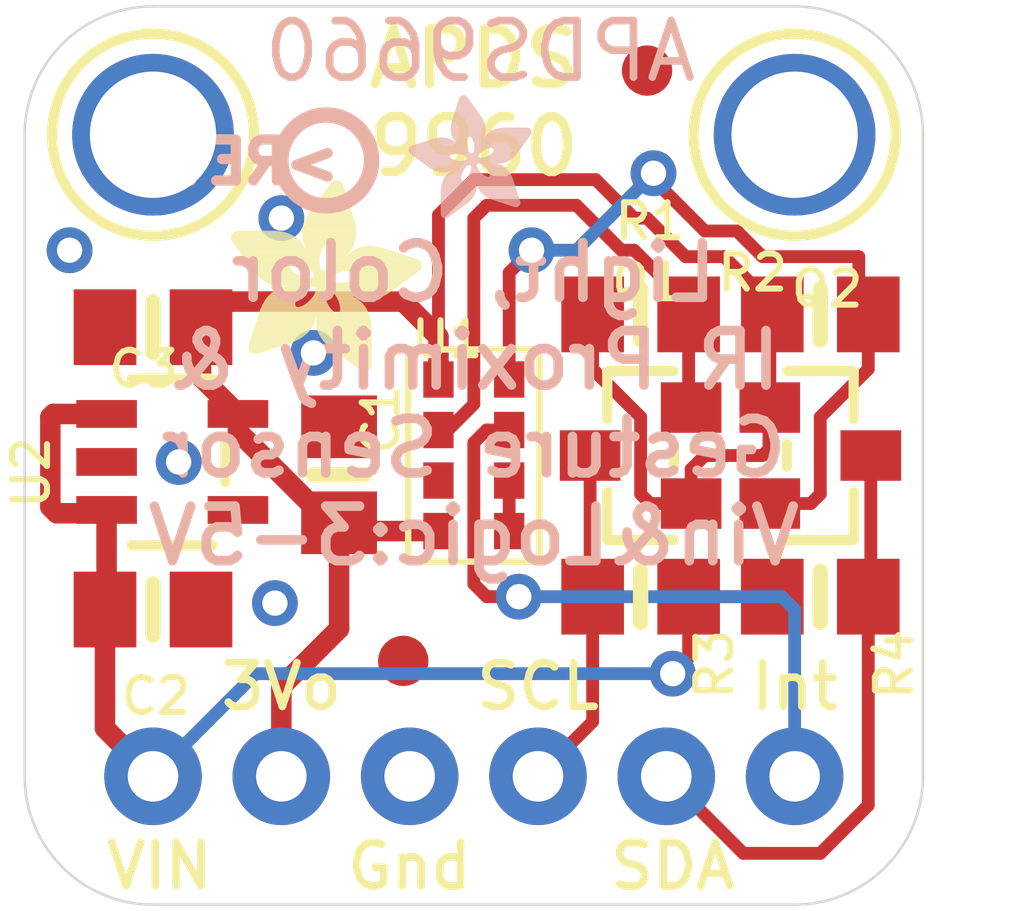
<source format=kicad_pcb>
(kicad_pcb (version 20211014) (generator pcbnew)
  (layers (0 "F.Cu" signal) (31 "B.Cu" signal) (34 "B.Paste" user) (35 "F.Paste" user) (36 "B.SilkS" user "B.Silkscreen") (37 "F.SilkS" user "F.Silkscreen") (38 "B.Mask" user) (39 "F.Mask" user) (44 "Edge.Cuts" user))
  (net 0 "")
  (net 1 "N$1")
  (net 2 "INT")
  (net 3 "3.3V")
  (net 4 "GND")
  (net 5 "SCL_3V")
  (net 6 "SDA_3V")
  (net 7 "VIN")
  (net 8 "SDA")
  (net 9 "SCL")
  (footprint "boardEagle:0805-NO" (layer "F.Cu") (at 151.8031 102.2096 180)
    (fp_text reference "R1" (at 0.5715 1.8415) (layer "F.SilkS") (effects (font (size 0.692831 0.692831) (thickness 0.119969)) (justify left)))
    (fp_text value "10K")
    (pad "1" smd rect (at -0.95 0 180) (size 1.24 1.5) (layers "F.Cu" "F.Paste" "F.Mask") (net 5 "SCL_3V"))
    (pad "2" smd rect (at 0.95 0 180) (size 1.24 1.5) (layers "F.Cu" "F.Paste" "F.Mask") (net 3 "3.3V"))
  )
  (footprint "boardEagle:SOT23-5" (layer "F.Cu") (at 142.5321 105.1306 -90)
    (fp_text reference "U2" (at -0.562 2.794 90) (layer "F.SilkS") (effects (font (size 0.692831 0.692831) (thickness 0.119969)) (justify right)))
    (fp_text value "")
    (pad "1" smd rect (at -0.95 1.3001 270) (size 0.55 1.2) (layers "F.Cu" "F.Paste" "F.Mask") (net 7 "VIN"))
    (pad "2" smd rect (at 0 1.3001 270) (size 0.55 1.2) (layers "F.Cu" "F.Paste" "F.Mask") (net 4 "GND"))
    (pad "3" smd rect (at 0.95 1.3001 270) (size 0.55 1.2) (layers "F.Cu" "F.Paste" "F.Mask") (net 7 "VIN"))
    (pad "4" smd rect (at 0.95 -1.3001 270) (size 0.55 1.2) (layers "F.Cu" "F.Paste" "F.Mask"))
    (pad "5" smd rect (at -0.95 -1.3001 270) (size 0.55 1.2) (layers "F.Cu" "F.Paste" "F.Mask") (net 3 "3.3V"))
  )
  (footprint "boardEagle:SOT23-WIDE" (layer "F.Cu") (at 155.3591 105.0036 -90)
    (fp_text reference "Q2" (at -3.302 0.635) (layer "F.SilkS") (effects (font (size 0.692831 0.692831) (thickness 0.119969)) (justify left)))
    (fp_text value "BSS138")
    (pad "1" smd rect (at -0.95 1 270) (size 1 1.2) (layers "F.Cu" "F.Paste" "F.Mask") (net 3 "3.3V"))
    (pad "2" smd rect (at 0.95 1 270) (size 1 1.2) (layers "F.Cu" "F.Paste" "F.Mask") (net 6 "SDA_3V"))
    (pad "3" smd rect (at 0 -1 270) (size 1 1.2) (layers "F.Cu" "F.Paste" "F.Mask") (net 8 "SDA"))
  )
  (footprint "boardEagle:MOUNTINGHOLE_2.5_PLATED" (layer "F.Cu") (at 142.1511 98.6536)
    (fp_text reference "U$1" hide)
    (fp_text value "MOUNTINGHOLE2.5" hide)
    (pad "P$1" thru_hole circle (at 0 0) (size 3.2 3.2) (drill 2.5) (layers *.Cu *.Mask))
  )
  (footprint "boardEagle:SOT23-WIDE" (layer "F.Cu") (at 151.8031 105.0036 90)
    (fp_text reference "Q1" (at 3.429 -0.635) (layer "F.SilkS") (effects (font (size 0.692831 0.692831) (thickness 0.119969)) (justify left)))
    (fp_text value "BSS138")
    (pad "1" smd rect (at -0.95 1 90) (size 1 1.2) (layers "F.Cu" "F.Paste" "F.Mask") (net 3 "3.3V"))
    (pad "2" smd rect (at 0.95 1 90) (size 1 1.2) (layers "F.Cu" "F.Paste" "F.Mask") (net 5 "SCL_3V"))
    (pad "3" smd rect (at 0 -1 90) (size 1 1.2) (layers "F.Cu" "F.Paste" "F.Mask") (net 9 "SCL"))
  )
  (footprint "boardEagle:FIDUCIAL_1MM" (layer "F.Cu") (at 147.1041 109.0676)
    (fp_text reference "FID1" hide)
    (fp_text value "FIDUCIAL_1MM" hide)
    (pad "1" smd roundrect (at 0 0) (size 1 1) (layers "F.Cu" "F.Mask") (roundrect_rratio 0.5))
  )
  (footprint "boardEagle:1X06_ROUND_76" (layer "F.Cu") (at 148.5011 111.3536)
    (fp_text reference "JP1" hide)
    (fp_text value "")
    (pad "1" thru_hole circle (at -6.35 0 90) (size 1.9304 1.9304) (drill 1) (layers *.Cu *.Mask) (net 7 "VIN"))
    (pad "2" thru_hole circle (at -3.81 0 90) (size 1.9304 1.9304) (drill 1) (layers *.Cu *.Mask) (net 3 "3.3V"))
    (pad "3" thru_hole circle (at -1.27 0 90) (size 1.9304 1.9304) (drill 1) (layers *.Cu *.Mask) (net 4 "GND"))
    (pad "4" thru_hole circle (at 1.27 0 90) (size 1.9304 1.9304) (drill 1) (layers *.Cu *.Mask) (net 9 "SCL"))
    (pad "5" thru_hole circle (at 3.81 0 90) (size 1.9304 1.9304) (drill 1) (layers *.Cu *.Mask) (net 8 "SDA"))
    (pad "6" thru_hole circle (at 6.35 0 90) (size 1.9304 1.9304) (drill 1) (layers *.Cu *.Mask) (net 2 "INT"))
  )
  (footprint "boardEagle:0805-NO" (layer "F.Cu") (at 155.3591 102.2096 180)
    (fp_text reference "R2" (at 2.0955 0.8255) (layer "F.SilkS") (effects (font (size 0.692831 0.692831) (thickness 0.119969)) (justify left)))
    (fp_text value "10K")
    (pad "1" smd rect (at -0.95 0 180) (size 1.24 1.5) (layers "F.Cu" "F.Paste" "F.Mask") (net 6 "SDA_3V"))
    (pad "2" smd rect (at 0.95 0 180) (size 1.24 1.5) (layers "F.Cu" "F.Paste" "F.Mask") (net 3 "3.3V"))
  )
  (footprint "boardEagle:FIDUCIAL_1MM" (layer "F.Cu") (at 151.9301 97.3836)
    (fp_text reference "FID2" hide)
    (fp_text value "FIDUCIAL_1MM" hide)
    (pad "1" smd roundrect (at 0 0) (size 1 1) (layers "F.Cu" "F.Mask") (roundrect_rratio 0.5))
  )
  (footprint "boardEagle:0805-NO" (layer "F.Cu") (at 151.8031 107.7976)
    (fp_text reference "R3" (at 1.4605 2.0955 90) (layer "F.SilkS") (effects (font (size 0.692831 0.692831) (thickness 0.119969)) (justify left)))
    (fp_text value "10K")
    (pad "1" smd rect (at -0.95 0) (size 1.24 1.5) (layers "F.Cu" "F.Paste" "F.Mask") (net 9 "SCL"))
    (pad "2" smd rect (at 0.95 0) (size 1.24 1.5) (layers "F.Cu" "F.Paste" "F.Mask") (net 7 "VIN"))
  )
  (footprint "boardEagle:0805-NO" (layer "F.Cu") (at 145.8341 105.3846 90)
    (fp_text reference "C1" (at 1.8415 0.8255 90) (layer "F.SilkS") (effects (font (size 0.692831 0.692831) (thickness 0.119969)) (justify right)))
    (fp_text value "0.1uF")
    (pad "1" smd rect (at -0.95 0 90) (size 1.24 1.5) (layers "F.Cu" "F.Paste" "F.Mask") (net 3 "3.3V"))
    (pad "2" smd rect (at 0.95 0 90) (size 1.24 1.5) (layers "F.Cu" "F.Paste" "F.Mask") (net 4 "GND"))
  )
  (footprint "boardEagle:0805-NO" (layer "F.Cu") (at 155.3591 107.7976 180)
    (fp_text reference "R4" (at -1.4605 -2.0955 90) (layer "F.SilkS") (effects (font (size 0.692831 0.692831) (thickness 0.119969)) (justify left)))
    (fp_text value "10K")
    (pad "1" smd rect (at -0.95 0 180) (size 1.24 1.5) (layers "F.Cu" "F.Paste" "F.Mask") (net 8 "SDA"))
    (pad "2" smd rect (at 0.95 0 180) (size 1.24 1.5) (layers "F.Cu" "F.Paste" "F.Mask") (net 7 "VIN"))
  )
  (footprint "boardEagle:0805-NO" (layer "F.Cu") (at 142.1511 108.0516)
    (fp_text reference "C2" (at -0.6985 1.7145) (layer "F.SilkS") (effects (font (size 0.692831 0.692831) (thickness 0.119969)) (justify left)))
    (fp_text value "10uF")
    (pad "1" smd rect (at -0.95 0) (size 1.24 1.5) (layers "F.Cu" "F.Paste" "F.Mask") (net 7 "VIN"))
    (pad "2" smd rect (at 0.95 0) (size 1.24 1.5) (layers "F.Cu" "F.Paste" "F.Mask") (net 4 "GND"))
  )
  (footprint "boardEagle:APDS-9960" (layer "F.Cu") (at 148.5011 105.0036)
    (fp_text reference "U1" (at -1.3 -2.3) (layer "F.SilkS") (effects (font (size 0.692831 0.692831) (thickness 0.119969)) (justify left)))
    (fp_text value "APDS-9960")
    (pad "1" smd rect (at 0.7 -1.505) (size 0.6 0.72) (layers "F.Cu" "F.Paste" "F.Mask") (net 6 "SDA_3V"))
    (pad "2" smd rect (at 0.7 -0.505) (size 0.6 0.72) (layers "F.Cu" "F.Paste" "F.Mask") (net 2 "INT"))
    (pad "3" smd rect (at 0.7 0.495) (size 0.6 0.72) (layers "F.Cu" "F.Paste" "F.Mask") (net 1 "N$1"))
    (pad "4" smd rect (at 0.7 1.495) (size 0.6 0.72) (layers "F.Cu" "F.Paste" "F.Mask") (net 1 "N$1"))
    (pad "5" smd rect (at -0.7 1.495) (size 0.6 0.72) (layers "F.Cu" "F.Paste" "F.Mask") (net 3 "3.3V"))
    (pad "6" smd rect (at -0.7 0.495) (size 0.6 0.72) (layers "F.Cu" "F.Paste" "F.Mask") (net 4 "GND"))
    (pad "7" smd rect (at -0.7 -0.505) (size 0.6 0.72) (layers "F.Cu" "F.Paste" "F.Mask") (net 5 "SCL_3V"))
    (pad "8" smd rect (at -0.7 -1.505) (size 0.6 0.72) (layers "F.Cu" "F.Paste" "F.Mask") (net 3 "3.3V"))
  )
  (footprint "boardEagle:0805-NO" (layer "F.Cu") (at 142.1511 102.4636 180)
    (fp_text reference "C3" (at -0.5715 -0.8255) (layer "F.SilkS") (effects (font (size 0.692831 0.692831) (thickness 0.119969)) (justify right)))
    (fp_text value "10uF")
    (pad "1" smd rect (at -0.95 0 180) (size 1.24 1.5) (layers "F.Cu" "F.Paste" "F.Mask") (net 3 "3.3V"))
    (pad "2" smd rect (at 0.95 0 180) (size 1.24 1.5) (layers "F.Cu" "F.Paste" "F.Mask") (net 4 "GND"))
  )
  (footprint "boardEagle:ADAFRUIT_3.5MM" (layer "F.Cu") (at 143.6751 103.3526)
    (fp_text reference "U$19" hide)
    (fp_text value "" hide)
  )
  (footprint "boardEagle:MOUNTINGHOLE_2.5_PLATED" (layer "F.Cu") (at 154.8511 98.6536)
    (fp_text reference "U$2" hide)
    (fp_text value "MOUNTINGHOLE2.5" hide)
    (pad "P$1" thru_hole circle (at 0 0) (size 3.2 3.2) (drill 2.5) (layers *.Cu *.Mask))
  )
  (footprint "boardEagle:PCBFEAT-REV-040" (layer "B.Cu") (at 145.5801 99.1616 180)
    (fp_text reference "U$17" hide)
    (fp_text value "" hide)
    (fp_text user ">REV" (at -0.3556 -0.508) (layer "B.SilkS") (effects (font (size 0.8128 0.8128) (thickness 0.2032)) (justify left bottom mirror)))
  )
  (footprint "boardEagle:ADAFRUIT_2.5MM" (layer "B.Cu") (at 149.6441 100.3046 180)
    (fp_text reference "U$18" hide)
    (fp_text value "" hide)
  )
  (gr_line (start 142.1511 96.1136) (end 154.8511 96.1136) (layer "Edge.Cuts") (width 0.05))
  (gr_line (start 139.6111 111.3536) (end 139.6111 98.6536) (layer "Edge.Cuts") (width 0.05))
  (gr_line (start 157.3911 98.6536) (end 157.3911 111.3536) (layer "Edge.Cuts") (width 0.05))
  (gr_line (start 154.8511 113.8936) (end 142.1511 113.8936) (layer "Edge.Cuts") (width 0.05))
  (gr_arc (start 157.3911 111.3536) (mid 156.647151 113.149651) (end 154.8511 113.8936) (layer "Edge.Cuts") (width 0.05))
  (gr_arc (start 154.8511 96.1136) (mid 156.647151 96.857549) (end 157.3911 98.6536) (layer "Edge.Cuts") (width 0.05))
  (gr_arc (start 142.1511 113.8936) (mid 140.355049 113.149651) (end 139.6111 111.3536) (layer "Edge.Cuts") (width 0.05))
  (gr_arc (start 139.6111 98.6536) (mid 140.355049 96.857549) (end 142.1511 96.1136) (layer "Edge.Cuts") (width 0.05))
  (gr_text "APDS9660" (at 148.6281 97.0026) (layer "B.SilkS") (effects (font (size 1.1176 1.1176) (thickness 0.1524)) (justify mirror)))
  (gr_text "Light, Color\nIR Proximity &\nGesture Sensor\nVin&Logic:3-5V" (at 148.5011 103.9876) (layer "B.SilkS") (effects (font (size 1.0795 1.0795) (thickness 0.1905)) (justify mirror)))
  (gr_text "3Vo" (at 144.6911 109.5756) (layer "F.SilkS") (effects (font (size 0.8636 0.8636) (thickness 0.1524))))
  (gr_text "SDA" (at 152.4381 113.1316) (layer "F.SilkS") (effects (font (size 0.8636 0.8636) (thickness 0.1524))))
  (gr_text "VIN" (at 142.2781 113.1316) (layer "F.SilkS") (effects (font (size 0.8636 0.8636) (thickness 0.1524))))
  (gr_text "SCL" (at 149.7711 109.5756) (layer "F.SilkS") (effects (font (size 0.8636 0.8636) (thickness 0.1524))))
  (gr_text "Gnd" (at 147.2311 113.1316) (layer "F.SilkS") (effects (font (size 0.8636 0.8636) (thickness 0.1524))))
  (gr_text "Int" (at 154.8511 109.5756) (layer "F.SilkS") (effects (font (size 0.8636 0.8636) (thickness 0.1524))))
  (gr_text "APDS\n9960" (at 148.5011 98.0186) (layer "F.SilkS") (effects (font (size 1.0795 1.0795) (thickness 0.1905))))
  (segment (start 149.2011 105.4986) (end 149.2011 106.4986) (width 0.254) (layer "F.Cu") (net 1))
  (segment (start 148.5011 107.5436) (end 148.7551 107.7976) (width 0.254) (layer "F.Cu") (net 2))
  (segment (start 148.7551 107.7976) (end 149.3901 107.7976) (width 0.254) (layer "F.Cu") (net 2))
  (segment (start 148.7521 104.4986) (end 148.5011 104.7496) (width 0.254) (layer "F.Cu") (net 2))
  (segment (start 149.2011 104.4986) (end 148.7521 104.4986) (width 0.254) (layer "F.Cu") (net 2))
  (segment (start 148.5011 104.7496) (end 148.5011 107.5436) (width 0.254) (layer "F.Cu") (net 2))
  (via (at 149.3901 107.7976) (size 0.9064) (drill 0.5) (layers "F.Cu" "B.Cu") (net 2))
  (segment (start 154.5971 107.7976) (end 154.8511 108.0516) (width 0.254) (layer "B.Cu") (net 2))
  (segment (start 149.3901 107.7976) (end 154.5971 107.7976) (width 0.254) (layer "B.Cu") (net 2))
  (segment (start 154.8511 108.0516) (end 154.8511 111.3536) (width 0.254) (layer "B.Cu") (net 2))
  (segment (start 143.8322 104.5257) (end 145.6411 106.3346) (width 0.4064) (layer "F.Cu") (net 3))
  (segment (start 147.8011 103.4986) (end 147.8011 100.2426) (width 0.254) (layer "F.Cu") (net 3))
  (segment (start 154.3431 104.0696) (end 154.3591 104.0536) (width 0.254) (layer "F.Cu") (net 3))
  (segment (start 151.9301 100.3046) (end 152.6921 101.0666) (width 0.254) (layer "F.Cu") (net 3))
  (segment (start 150.9141 99.5426) (end 151.6761 100.3046) (width 0.254) (layer "F.Cu") (net 3))
  (segment (start 144.6911 109.5756) (end 145.8341 108.4326) (width 0.4064) (layer "F.Cu") (net 3))
  (segment (start 152.8031 105.2736) (end 153.0731 105.0036) (width 0.254) (layer "F.Cu") (net 3))
  (segment (start 150.8531 103.2916) (end 151.8031 104.2416) (width 0.254) (layer "F.Cu") (net 3))
  (segment (start 152.6921 101.0666) (end 153.4541 101.0666) (width 0.254) (layer "F.Cu") (net 3))
  (segment (start 145.6411 106.3346) (end 145.8341 106.3346) (width 0.4064) (layer "F.Cu") (net 3))
  (segment (start 154.3431 104.0376) (end 154.3591 104.0536) (width 0.254) (layer "F.Cu") (net 3))
  (segment (start 147.8011 102.6526) (end 147.1041 101.9556) (width 0.4064) (layer "F.Cu") (net 3))
  (segment (start 154.3431 104.8766) (end 154.3431 104.0696) (width 0.254) (layer "F.Cu") (net 3))
  (segment (start 154.2161 105.0036) (end 154.3431 104.8766) (width 0.254) (layer "F.Cu") (net 3))
  (segment (start 145.8341 108.4326) (end 145.8341 106.3346) (width 0.4064) (layer "F.Cu") (net 3))
  (segment (start 147.1041 101.9556) (end 143.6091 101.9556) (width 0.4064) (layer "F.Cu") (net 3))
  (segment (start 143.1011 103.4495) (end 143.8322 104.1806) (width 0.4064) (layer "F.Cu") (net 3))
  (segment (start 143.1011 102.4636) (end 143.1011 103.4495) (width 0.4064) (layer "F.Cu") (net 3))
  (segment (start 145.8341 106.3346) (end 145.9981 106.4986) (width 0.4064) (layer "F.Cu") (net 3))
  (segment (start 153.4541 101.0666) (end 154.4091 102.0216) (width 0.254) (layer "F.Cu") (net 3))
  (segment (start 144.6911 111.3536) (end 144.6911 109.5756) (width 0.4064) (layer "F.Cu") (net 3))
  (segment (start 143.1011 102.2286) (end 143.1011 102.4636) (width 0.4064) (layer "F.Cu") (net 3))
  (segment (start 152.8031 105.9536) (end 152.8031 105.2736) (width 0.254) (layer "F.Cu") (net 3))
  (segment (start 154.4091 102.2096) (end 154.3591 102.2596) (width 0.254) (layer "F.Cu") (net 3))
  (segment (start 143.6091 101.9556) (end 143.1011 102.4636) (width 0.4064) (layer "F.Cu") (net 3))
  (segment (start 154.4091 102.0216) (end 154.4091 102.2096) (width 0.254) (layer "F.Cu") (net 3))
  (segment (start 151.8031 104.2416) (end 151.8031 105.7656) (width 0.254) (layer "F.Cu") (net 3))
  (segment (start 147.8011 102.6526) (end 147.8011 103.4986) (width 0.4064) (layer "F.Cu") (net 3))
  (segment (start 153.0731 105.0036) (end 154.2161 105.0036) (width 0.254) (layer "F.Cu") (net 3))
  (segment (start 151.6761 100.3046) (end 151.9301 100.3046) (width 0.254) (layer "F.Cu") (net 3))
  (segment (start 152.8031 105.9536) (end 151.9911 105.9536) (width 0.254) (layer "F.Cu") (net 3))
  (segment (start 143.8322 104.1806) (end 143.8322 104.5257) (width 0.4064) (layer "F.Cu") (net 3))
  (segment (start 145.9981 106.4986) (end 147.8011 106.4986) (width 0.4064) (layer "F.Cu") (net 3))
  (segment (start 151.8031 105.7656) (end 151.9911 105.9536) (width 0.254) (layer "F.Cu") (net 3))
  (segment (start 148.5011 99.5426) (end 147.8011 100.2426) (width 0.254) (layer "F.Cu") (net 3))
  (segment (start 148.5011 99.5426) (end 150.9141 99.5426) (width 0.254) (layer "F.Cu") (net 3))
  (segment (start 154.3591 102.2596) (end 154.3591 104.0536) (width 0.254) (layer "F.Cu") (net 3))
  (segment (start 150.8531 102.2096) (end 150.8531 103.2916) (width 0.254) (layer "F.Cu") (net 3))
  (via (at 144.6911 100.3046) (size 0.9064) (drill 0.5) (layers "F.Cu" "B.Cu") (net 4))
  (via (at 140.5001 100.9396) (size 0.9064) (drill 0.5) (layers "F.Cu" "B.Cu") (net 4))
  (via (at 144.5641 107.9246) (size 0.9064) (drill 0.5) (layers "F.Cu" "B.Cu") (net 4))
  (via (at 142.6591 105.1306) (size 0.9064) (drill 0.5) (layers "F.Cu" "B.Cu") (net 4))
  (via (at 145.3261 102.9716) (size 0.9064) (drill 0.5) (layers "F.Cu" "B.Cu") (net 4))
  (segment (start 151.4221 100.9396) (end 151.6761 100.9396) (width 0.254) (layer "F.Cu") (net 5))
  (segment (start 147.8011 104.4986) (end 147.9901 104.4986) (width 0.254) (layer "F.Cu") (net 5))
  (segment (start 151.6761 100.9396) (end 152.8191 102.0826) (width 0.254) (layer "F.Cu") (net 5))
  (segment (start 150.5331 100.0506) (end 151.4221 100.9396) (width 0.254) (layer "F.Cu") (net 5))
  (segment (start 148.5011 100.3046) (end 148.5011 103.9876) (width 0.254) (layer "F.Cu") (net 5))
  (segment (start 147.9901 104.4986) (end 148.5011 103.9876) (width 0.254) (layer "F.Cu") (net 5))
  (segment (start 152.8191 104.0376) (end 152.7531 103.9716) (width 0.254) (layer "F.Cu") (net 5))
  (segment (start 152.8191 104.0376) (end 152.8031 104.0536) (width 0.254) (layer "F.Cu") (net 5))
  (segment (start 148.7551 100.0506) (end 148.5011 100.3046) (width 0.254) (layer "F.Cu") (net 5))
  (segment (start 152.8191 102.1436) (end 152.7531 102.2096) (width 0.254) (layer "F.Cu") (net 5))
  (segment (start 152.7531 103.9716) (end 152.7531 102.2096) (width 0.254) (layer "F.Cu") (net 5))
  (segment (start 148.7551 100.0506) (end 150.5331 100.0506) (width 0.254) (layer "F.Cu") (net 5))
  (segment (start 152.8191 102.0826) (end 152.8191 102.1436) (width 0.254) (layer "F.Cu") (net 5))
  (segment (start 152.0571 99.5426) (end 152.0571 99.4156) (width 0.254) (layer "F.Cu") (net 6))
  (segment (start 155.3591 104.2416) (end 155.3591 105.7656) (width 0.254) (layer "F.Cu") (net 6))
  (segment (start 156.3091 103.2916) (end 156.3091 102.2096) (width 0.254) (layer "F.Cu") (net 6))
  (segment (start 149.2011 101.3826) (end 149.6441 100.9396) (width 0.254) (layer "F.Cu") (net 6))
  (segment (start 155.3591 105.7656) (end 155.1711 105.9536) (width 0.254) (layer "F.Cu") (net 6))
  (segment (start 154.3591 105.9536) (end 155.1711 105.9536) (width 0.254) (layer "F.Cu") (net 6))
  (segment (start 153.0731 100.5586) (end 152.0571 99.5426) (width 0.254) (layer "F.Cu") (net 6))
  (segment (start 154.2161 101.0666) (end 153.7081 100.5586) (width 0.254) (layer "F.Cu") (net 6))
  (segment (start 156.6291 102.2096) (end 156.3091 102.2096) (width 0.254) (layer "F.Cu") (net 6))
  (segment (start 156.6291 102.2096) (end 156.1211 101.7016) (width 0.254) (layer "F.Cu") (net 6))
  (segment (start 155.3591 104.2416) (end 156.3091 103.2916) (width 0.254) (layer "F.Cu") (net 6))
  (segment (start 156.1211 101.0666) (end 154.2161 101.0666) (width 0.254) (layer "F.Cu") (net 6))
  (segment (start 156.1211 101.7016) (end 156.1211 101.0666) (width 0.254) (layer "F.Cu") (net 6))
  (segment (start 149.2011 103.4986) (end 149.2011 101.3826) (width 0.254) (layer "F.Cu") (net 6))
  (segment (start 153.7081 100.5586) (end 153.0731 100.5586) (width 0.254) (layer "F.Cu") (net 6))
  (via (at 149.6441 100.9396) (size 0.9064) (drill 0.5) (layers "F.Cu" "B.Cu") (net 6))
  (via (at 152.0571 99.4156) (size 0.9064) (drill 0.5) (layers "F.Cu" "B.Cu") (net 6))
  (segment (start 152.0571 99.4156) (end 150.5331 100.9396) (width 0.254) (layer "B.Cu") (net 6))
  (segment (start 150.5331 100.9396) (end 149.6441 100.9396) (width 0.254) (layer "B.Cu") (net 6))
  (segment (start 140.2461 106.1466) (end 141.166 106.1466) (width 0.4064) (layer "F.Cu") (net 7))
  (segment (start 141.232 104.1806) (end 140.1801 104.1806) (width 0.4064) (layer "F.Cu") (net 7))
  (segment (start 141.232 108.0825) (end 141.232 106.0806) (width 0.4064) (layer "F.Cu") (net 7))
  (segment (start 142.1511 111.3536) (end 141.2011 110.4036) (width 0.4064) (layer "F.Cu") (net 7))
  (segment (start 140.1191 104.2416) (end 140.1191 106.0196) (width 0.4064) (layer "F.Cu") (net 7))
  (segment (start 154.4091 107.7976) (end 152.7531 107.7976) (width 0.254) (layer "F.Cu") (net 7))
  (segment (start 141.2011 110.4036) (end 141.2011 108.0516) (width 0.4064) (layer "F.Cu") (net 7))
  (segment (start 140.1801 104.1806) (end 140.1191 104.2416) (width 0.4064) (layer "F.Cu") (net 7))
  (segment (start 141.2011 108.0516) (end 141.232 108.0825) (width 0.4064) (layer "F.Cu") (net 7))
  (segment (start 140.1191 106.0196) (end 140.2461 106.1466) (width 0.4064) (layer "F.Cu") (net 7))
  (segment (start 141.166 106.1466) (end 141.232 106.0806) (width 0.4064) (layer "F.Cu") (net 7))
  (segment (start 152.7531 109.0066) (end 152.4381 109.3216) (width 0.254) (layer "F.Cu") (net 7))
  (segment (start 152.7531 107.7976) (end 152.7531 109.0066) (width 0.254) (layer "F.Cu") (net 7))
  (via (at 152.4381 109.3216) (size 0.9064) (drill 0.5) (layers "F.Cu" "B.Cu") (net 7))
  (segment (start 152.4381 109.3216) (end 144.1831 109.3216) (width 0.254) (layer "B.Cu") (net 7))
  (segment (start 144.1831 109.3216) (end 142.1511 111.3536) (width 0.254) (layer "B.Cu") (net 7))
  (segment (start 153.8351 112.8776) (end 152.3111 111.3536) (width 0.254) (layer "F.Cu") (net 8))
  (segment (start 155.3591 112.8776) (end 153.8351 112.8776) (width 0.254) (layer "F.Cu") (net 8))
  (segment (start 156.3591 105.0036) (end 156.3591 107.7476) (width 0.254) (layer "F.Cu") (net 8))
  (segment (start 156.3091 111.9276) (end 156.3091 107.7976) (width 0.254) (layer "F.Cu") (net 8))
  (segment (start 156.3591 107.7476) (end 156.3091 107.7976) (width 0.254) (layer "F.Cu") (net 8))
  (segment (start 156.3091 111.9276) (end 155.3591 112.8776) (width 0.254) (layer "F.Cu") (net 8))
  (segment (start 150.8031 105.0036) (end 150.8031 107.7476) (width 0.254) (layer "F.Cu") (net 9))
  (segment (start 150.8531 110.2716) (end 149.7711 111.3536) (width 0.254) (layer "F.Cu") (net 9))
  (segment (start 150.8531 110.2716) (end 150.8531 107.7976) (width 0.254) (layer "F.Cu") (net 9))
  (segment (start 150.8031 107.7476) (end 150.8531 107.7976) (width 0.254) (layer "F.Cu") (net 9))
)
</source>
